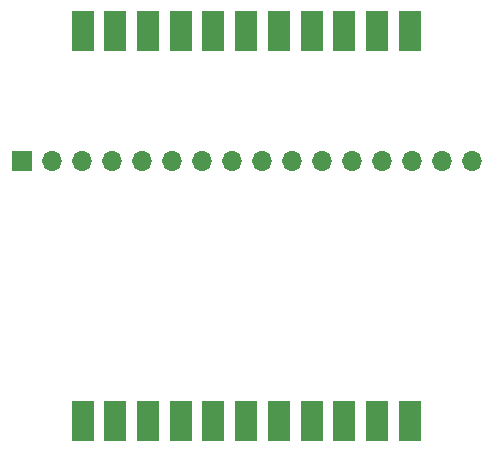
<source format=gbr>
%TF.GenerationSoftware,KiCad,Pcbnew,(5.1.12)-1*%
%TF.CreationDate,2023-06-15T15:32:22+02:00*%
%TF.ProjectId,cs1,6373312e-6b69-4636-9164-5f7063625858,rev?*%
%TF.SameCoordinates,Original*%
%TF.FileFunction,Soldermask,Bot*%
%TF.FilePolarity,Negative*%
%FSLAX46Y46*%
G04 Gerber Fmt 4.6, Leading zero omitted, Abs format (unit mm)*
G04 Created by KiCad (PCBNEW (5.1.12)-1) date 2023-06-15 15:32:22*
%MOMM*%
%LPD*%
G01*
G04 APERTURE LIST*
%ADD10R,1.700000X1.700000*%
%ADD11O,1.700000X1.700000*%
%ADD12R,1.846667X3.480000*%
G04 APERTURE END LIST*
D10*
%TO.C,J3*%
X188500000Y-73500000D03*
D11*
X191040000Y-73500000D03*
X193580000Y-73500000D03*
X196120000Y-73500000D03*
X198660000Y-73500000D03*
X201200000Y-73500000D03*
X203740000Y-73500000D03*
X206280000Y-73500000D03*
X208820000Y-73500000D03*
X211360000Y-73500000D03*
X213900000Y-73500000D03*
X216440000Y-73500000D03*
X218980000Y-73500000D03*
X221520000Y-73500000D03*
X224060000Y-73500000D03*
X226600000Y-73500000D03*
%TD*%
D12*
%TO.C,J1*%
X193650000Y-62500000D03*
X196420000Y-62500000D03*
X199190000Y-62500000D03*
X201960000Y-62500000D03*
X204730000Y-62500000D03*
X207500000Y-62500000D03*
X210270000Y-62500000D03*
X213040000Y-62500000D03*
X215810000Y-62500000D03*
X218580000Y-62500000D03*
X221350000Y-62500000D03*
%TD*%
%TO.C,J2*%
X221350000Y-95500000D03*
X218580000Y-95500000D03*
X215810000Y-95500000D03*
X213040000Y-95500000D03*
X210270000Y-95500000D03*
X207500000Y-95500000D03*
X204730000Y-95500000D03*
X201960000Y-95500000D03*
X199190000Y-95500000D03*
X196420000Y-95500000D03*
X193650000Y-95500000D03*
%TD*%
M02*

</source>
